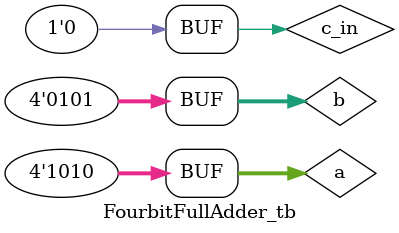
<source format=v>
module FourbitFullAdder_tb;
  reg [3:0] a;
  reg [3:0] b;
  reg c_in;
  wire [3:0] sum;
  wire c_out;
  
FourbitFullAdder FourbitFullAdder_inst(sum,c_out,a,b,c_in);
initial
begin
  a = 4'b0000; 
  b = 4'b0000; 
  c_in = 1'b0;
  #10;
  a = 4'b0011; b = 4'b1000;
  #10;
  a = 4'b0010; b = 4'b0101;
  #10;
  a = 4'b1001; b = 4'b1001;
  #10;
  a = 4'b1010; b = 4'b1111;
  #10;
  a = 4'b1010; b = 4'b0101;
  #10;
  
end


endmodule 
</source>
